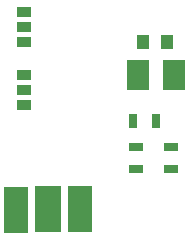
<source format=gbr>
G04 #@! TF.FileFunction,Paste,Bot*
%FSLAX46Y46*%
G04 Gerber Fmt 4.6, Leading zero omitted, Abs format (unit mm)*
G04 Created by KiCad (PCBNEW 4.0.6) date 08/13/17 18:46:42*
%MOMM*%
%LPD*%
G01*
G04 APERTURE LIST*
%ADD10C,0.100000*%
%ADD11R,1.270000X0.970000*%
%ADD12R,1.950000X2.500000*%
%ADD13R,1.000000X1.250000*%
%ADD14R,0.700000X1.300000*%
%ADD15R,1.300000X0.700000*%
%ADD16R,2.290000X4.000000*%
%ADD17R,2.000000X4.000000*%
G04 APERTURE END LIST*
D10*
D11*
X144841000Y-71765000D03*
X144841000Y-73035000D03*
X144841000Y-74305000D03*
D12*
X154496000Y-77115000D03*
X157546000Y-77115000D03*
D13*
X154961000Y-74325000D03*
X156961000Y-74325000D03*
D11*
X144841000Y-77125000D03*
X144841000Y-78395000D03*
X144841000Y-79665000D03*
D14*
X156031000Y-81055000D03*
X154131000Y-81055000D03*
D15*
X157351000Y-83215000D03*
X157351000Y-85115000D03*
X154351000Y-83215000D03*
X154351000Y-85115000D03*
D16*
X146931000Y-88515000D03*
D17*
X149631000Y-88515000D03*
X144231000Y-88535000D03*
M02*

</source>
